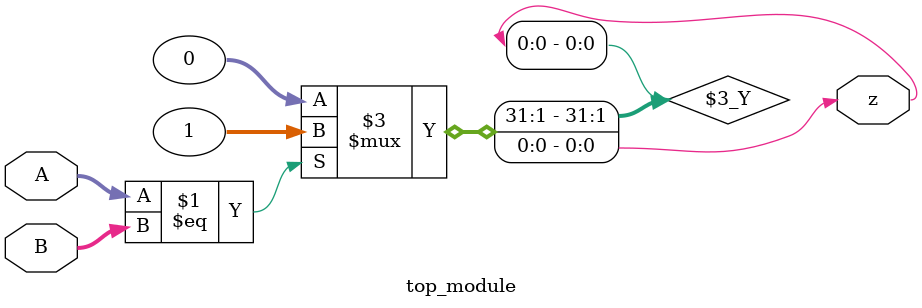
<source format=v>
module top_module ( input [1:0] A, input [1:0] B, output z ); 
    assign z = (A == B) ? 1'b1:0 ;
endmodule

</source>
